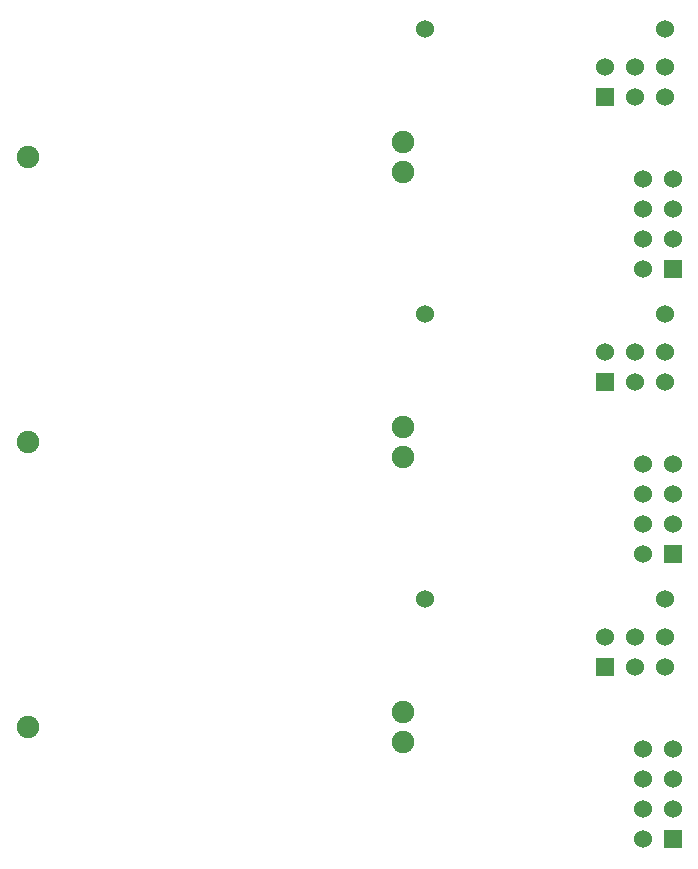
<source format=gbs>
G04 #@! TF.FileFunction,Soldermask,Bot*
%FSLAX46Y46*%
G04 Gerber Fmt 4.6, Leading zero omitted, Abs format (unit mm)*
G04 Created by KiCad (PCBNEW 4.0.3+e1-6302~38~ubuntu16.04.1-stable) date Mon Aug 15 18:15:02 2016*
%MOMM*%
%LPD*%
G01*
G04 APERTURE LIST*
%ADD10C,0.150000*%
%ADD11C,1.905000*%
%ADD12C,1.524000*%
%ADD13R,1.524000X1.524000*%
G04 APERTURE END LIST*
D10*
D11*
X55245000Y-57785000D03*
X23495000Y-56515000D03*
X55245000Y-55245000D03*
D12*
X57150000Y-45720000D03*
X77470000Y-45720000D03*
D13*
X72390000Y-51435000D03*
D12*
X72390000Y-48895000D03*
X74930000Y-51435000D03*
X74930000Y-48895000D03*
X77470000Y-51435000D03*
X77470000Y-48895000D03*
D13*
X78105000Y-66040000D03*
D12*
X75565000Y-66040000D03*
X78105000Y-63500000D03*
X75565000Y-63500000D03*
X78105000Y-60960000D03*
X75565000Y-60960000D03*
X78105000Y-58420000D03*
X75565000Y-58420000D03*
D11*
X55245000Y-81915000D03*
X23495000Y-80645000D03*
X55245000Y-79375000D03*
D12*
X57150000Y-69850000D03*
X77470000Y-69850000D03*
D13*
X72390000Y-75565000D03*
D12*
X72390000Y-73025000D03*
X74930000Y-75565000D03*
X74930000Y-73025000D03*
X77470000Y-75565000D03*
X77470000Y-73025000D03*
D13*
X78105000Y-90170000D03*
D12*
X75565000Y-90170000D03*
X78105000Y-87630000D03*
X75565000Y-87630000D03*
X78105000Y-85090000D03*
X75565000Y-85090000D03*
X78105000Y-82550000D03*
X75565000Y-82550000D03*
D13*
X78105000Y-41910000D03*
D12*
X75565000Y-41910000D03*
X78105000Y-39370000D03*
X75565000Y-39370000D03*
X78105000Y-36830000D03*
X75565000Y-36830000D03*
X78105000Y-34290000D03*
X75565000Y-34290000D03*
D13*
X72390000Y-27305000D03*
D12*
X72390000Y-24765000D03*
X74930000Y-27305000D03*
X74930000Y-24765000D03*
X77470000Y-27305000D03*
X77470000Y-24765000D03*
X57150000Y-21590000D03*
X77470000Y-21590000D03*
D11*
X55245000Y-33655000D03*
X23495000Y-32385000D03*
X55245000Y-31115000D03*
M02*

</source>
